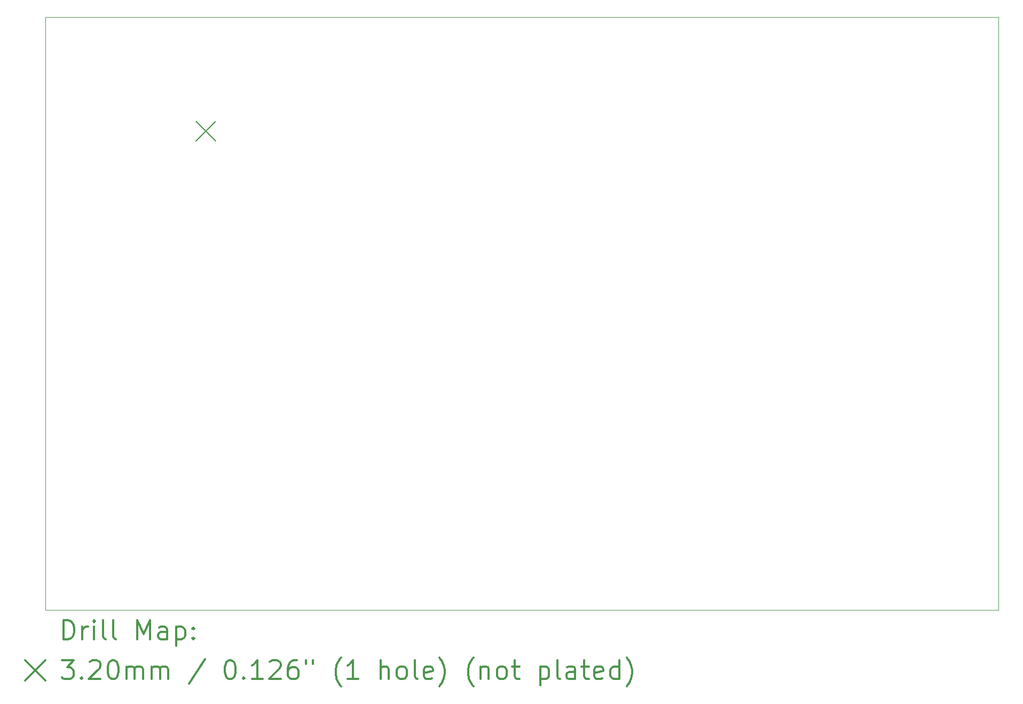
<source format=gbr>
%FSLAX45Y45*%
G04 Gerber Fmt 4.5, Leading zero omitted, Abs format (unit mm)*
G04 Created by KiCad (PCBNEW (5.1.4)-1) date 2020-01-21 02:51:56*
%MOMM*%
%LPD*%
G04 APERTURE LIST*
%ADD10C,0.050000*%
%ADD11C,0.200000*%
%ADD12C,0.300000*%
G04 APERTURE END LIST*
D10*
X17780000Y-2921000D02*
X2667000Y-2921000D01*
X17780000Y-12319000D02*
X17780000Y-2921000D01*
X2667000Y-12319000D02*
X17780000Y-12319000D01*
X2667000Y-2921000D02*
X2667000Y-12319000D01*
D11*
X5047000Y-4572000D02*
X5367000Y-4892000D01*
X5367000Y-4572000D02*
X5047000Y-4892000D01*
D12*
X2950928Y-12787214D02*
X2950928Y-12487214D01*
X3022357Y-12487214D01*
X3065214Y-12501500D01*
X3093786Y-12530071D01*
X3108071Y-12558643D01*
X3122357Y-12615786D01*
X3122357Y-12658643D01*
X3108071Y-12715786D01*
X3093786Y-12744357D01*
X3065214Y-12772929D01*
X3022357Y-12787214D01*
X2950928Y-12787214D01*
X3250928Y-12787214D02*
X3250928Y-12587214D01*
X3250928Y-12644357D02*
X3265214Y-12615786D01*
X3279500Y-12601500D01*
X3308071Y-12587214D01*
X3336643Y-12587214D01*
X3436643Y-12787214D02*
X3436643Y-12587214D01*
X3436643Y-12487214D02*
X3422357Y-12501500D01*
X3436643Y-12515786D01*
X3450928Y-12501500D01*
X3436643Y-12487214D01*
X3436643Y-12515786D01*
X3622357Y-12787214D02*
X3593786Y-12772929D01*
X3579500Y-12744357D01*
X3579500Y-12487214D01*
X3779500Y-12787214D02*
X3750928Y-12772929D01*
X3736643Y-12744357D01*
X3736643Y-12487214D01*
X4122357Y-12787214D02*
X4122357Y-12487214D01*
X4222357Y-12701500D01*
X4322357Y-12487214D01*
X4322357Y-12787214D01*
X4593786Y-12787214D02*
X4593786Y-12630071D01*
X4579500Y-12601500D01*
X4550928Y-12587214D01*
X4493786Y-12587214D01*
X4465214Y-12601500D01*
X4593786Y-12772929D02*
X4565214Y-12787214D01*
X4493786Y-12787214D01*
X4465214Y-12772929D01*
X4450928Y-12744357D01*
X4450928Y-12715786D01*
X4465214Y-12687214D01*
X4493786Y-12672929D01*
X4565214Y-12672929D01*
X4593786Y-12658643D01*
X4736643Y-12587214D02*
X4736643Y-12887214D01*
X4736643Y-12601500D02*
X4765214Y-12587214D01*
X4822357Y-12587214D01*
X4850928Y-12601500D01*
X4865214Y-12615786D01*
X4879500Y-12644357D01*
X4879500Y-12730071D01*
X4865214Y-12758643D01*
X4850928Y-12772929D01*
X4822357Y-12787214D01*
X4765214Y-12787214D01*
X4736643Y-12772929D01*
X5008071Y-12758643D02*
X5022357Y-12772929D01*
X5008071Y-12787214D01*
X4993786Y-12772929D01*
X5008071Y-12758643D01*
X5008071Y-12787214D01*
X5008071Y-12601500D02*
X5022357Y-12615786D01*
X5008071Y-12630071D01*
X4993786Y-12615786D01*
X5008071Y-12601500D01*
X5008071Y-12630071D01*
X2344500Y-13121500D02*
X2664500Y-13441500D01*
X2664500Y-13121500D02*
X2344500Y-13441500D01*
X2922357Y-13117214D02*
X3108071Y-13117214D01*
X3008071Y-13231500D01*
X3050928Y-13231500D01*
X3079500Y-13245786D01*
X3093786Y-13260071D01*
X3108071Y-13288643D01*
X3108071Y-13360071D01*
X3093786Y-13388643D01*
X3079500Y-13402929D01*
X3050928Y-13417214D01*
X2965214Y-13417214D01*
X2936643Y-13402929D01*
X2922357Y-13388643D01*
X3236643Y-13388643D02*
X3250928Y-13402929D01*
X3236643Y-13417214D01*
X3222357Y-13402929D01*
X3236643Y-13388643D01*
X3236643Y-13417214D01*
X3365214Y-13145786D02*
X3379500Y-13131500D01*
X3408071Y-13117214D01*
X3479500Y-13117214D01*
X3508071Y-13131500D01*
X3522357Y-13145786D01*
X3536643Y-13174357D01*
X3536643Y-13202929D01*
X3522357Y-13245786D01*
X3350928Y-13417214D01*
X3536643Y-13417214D01*
X3722357Y-13117214D02*
X3750928Y-13117214D01*
X3779500Y-13131500D01*
X3793786Y-13145786D01*
X3808071Y-13174357D01*
X3822357Y-13231500D01*
X3822357Y-13302929D01*
X3808071Y-13360071D01*
X3793786Y-13388643D01*
X3779500Y-13402929D01*
X3750928Y-13417214D01*
X3722357Y-13417214D01*
X3693786Y-13402929D01*
X3679500Y-13388643D01*
X3665214Y-13360071D01*
X3650928Y-13302929D01*
X3650928Y-13231500D01*
X3665214Y-13174357D01*
X3679500Y-13145786D01*
X3693786Y-13131500D01*
X3722357Y-13117214D01*
X3950928Y-13417214D02*
X3950928Y-13217214D01*
X3950928Y-13245786D02*
X3965214Y-13231500D01*
X3993786Y-13217214D01*
X4036643Y-13217214D01*
X4065214Y-13231500D01*
X4079500Y-13260071D01*
X4079500Y-13417214D01*
X4079500Y-13260071D02*
X4093786Y-13231500D01*
X4122357Y-13217214D01*
X4165214Y-13217214D01*
X4193786Y-13231500D01*
X4208071Y-13260071D01*
X4208071Y-13417214D01*
X4350928Y-13417214D02*
X4350928Y-13217214D01*
X4350928Y-13245786D02*
X4365214Y-13231500D01*
X4393786Y-13217214D01*
X4436643Y-13217214D01*
X4465214Y-13231500D01*
X4479500Y-13260071D01*
X4479500Y-13417214D01*
X4479500Y-13260071D02*
X4493786Y-13231500D01*
X4522357Y-13217214D01*
X4565214Y-13217214D01*
X4593786Y-13231500D01*
X4608071Y-13260071D01*
X4608071Y-13417214D01*
X5193786Y-13102929D02*
X4936643Y-13488643D01*
X5579500Y-13117214D02*
X5608071Y-13117214D01*
X5636643Y-13131500D01*
X5650928Y-13145786D01*
X5665214Y-13174357D01*
X5679500Y-13231500D01*
X5679500Y-13302929D01*
X5665214Y-13360071D01*
X5650928Y-13388643D01*
X5636643Y-13402929D01*
X5608071Y-13417214D01*
X5579500Y-13417214D01*
X5550928Y-13402929D01*
X5536643Y-13388643D01*
X5522357Y-13360071D01*
X5508071Y-13302929D01*
X5508071Y-13231500D01*
X5522357Y-13174357D01*
X5536643Y-13145786D01*
X5550928Y-13131500D01*
X5579500Y-13117214D01*
X5808071Y-13388643D02*
X5822357Y-13402929D01*
X5808071Y-13417214D01*
X5793786Y-13402929D01*
X5808071Y-13388643D01*
X5808071Y-13417214D01*
X6108071Y-13417214D02*
X5936643Y-13417214D01*
X6022357Y-13417214D02*
X6022357Y-13117214D01*
X5993786Y-13160071D01*
X5965214Y-13188643D01*
X5936643Y-13202929D01*
X6222357Y-13145786D02*
X6236643Y-13131500D01*
X6265214Y-13117214D01*
X6336643Y-13117214D01*
X6365214Y-13131500D01*
X6379500Y-13145786D01*
X6393786Y-13174357D01*
X6393786Y-13202929D01*
X6379500Y-13245786D01*
X6208071Y-13417214D01*
X6393786Y-13417214D01*
X6650928Y-13117214D02*
X6593786Y-13117214D01*
X6565214Y-13131500D01*
X6550928Y-13145786D01*
X6522357Y-13188643D01*
X6508071Y-13245786D01*
X6508071Y-13360071D01*
X6522357Y-13388643D01*
X6536643Y-13402929D01*
X6565214Y-13417214D01*
X6622357Y-13417214D01*
X6650928Y-13402929D01*
X6665214Y-13388643D01*
X6679500Y-13360071D01*
X6679500Y-13288643D01*
X6665214Y-13260071D01*
X6650928Y-13245786D01*
X6622357Y-13231500D01*
X6565214Y-13231500D01*
X6536643Y-13245786D01*
X6522357Y-13260071D01*
X6508071Y-13288643D01*
X6793786Y-13117214D02*
X6793786Y-13174357D01*
X6908071Y-13117214D02*
X6908071Y-13174357D01*
X7350928Y-13531500D02*
X7336643Y-13517214D01*
X7308071Y-13474357D01*
X7293786Y-13445786D01*
X7279500Y-13402929D01*
X7265214Y-13331500D01*
X7265214Y-13274357D01*
X7279500Y-13202929D01*
X7293786Y-13160071D01*
X7308071Y-13131500D01*
X7336643Y-13088643D01*
X7350928Y-13074357D01*
X7622357Y-13417214D02*
X7450928Y-13417214D01*
X7536643Y-13417214D02*
X7536643Y-13117214D01*
X7508071Y-13160071D01*
X7479500Y-13188643D01*
X7450928Y-13202929D01*
X7979500Y-13417214D02*
X7979500Y-13117214D01*
X8108071Y-13417214D02*
X8108071Y-13260071D01*
X8093786Y-13231500D01*
X8065214Y-13217214D01*
X8022357Y-13217214D01*
X7993786Y-13231500D01*
X7979500Y-13245786D01*
X8293786Y-13417214D02*
X8265214Y-13402929D01*
X8250928Y-13388643D01*
X8236643Y-13360071D01*
X8236643Y-13274357D01*
X8250928Y-13245786D01*
X8265214Y-13231500D01*
X8293786Y-13217214D01*
X8336643Y-13217214D01*
X8365214Y-13231500D01*
X8379500Y-13245786D01*
X8393786Y-13274357D01*
X8393786Y-13360071D01*
X8379500Y-13388643D01*
X8365214Y-13402929D01*
X8336643Y-13417214D01*
X8293786Y-13417214D01*
X8565214Y-13417214D02*
X8536643Y-13402929D01*
X8522357Y-13374357D01*
X8522357Y-13117214D01*
X8793786Y-13402929D02*
X8765214Y-13417214D01*
X8708071Y-13417214D01*
X8679500Y-13402929D01*
X8665214Y-13374357D01*
X8665214Y-13260071D01*
X8679500Y-13231500D01*
X8708071Y-13217214D01*
X8765214Y-13217214D01*
X8793786Y-13231500D01*
X8808071Y-13260071D01*
X8808071Y-13288643D01*
X8665214Y-13317214D01*
X8908071Y-13531500D02*
X8922357Y-13517214D01*
X8950928Y-13474357D01*
X8965214Y-13445786D01*
X8979500Y-13402929D01*
X8993786Y-13331500D01*
X8993786Y-13274357D01*
X8979500Y-13202929D01*
X8965214Y-13160071D01*
X8950928Y-13131500D01*
X8922357Y-13088643D01*
X8908071Y-13074357D01*
X9450928Y-13531500D02*
X9436643Y-13517214D01*
X9408071Y-13474357D01*
X9393786Y-13445786D01*
X9379500Y-13402929D01*
X9365214Y-13331500D01*
X9365214Y-13274357D01*
X9379500Y-13202929D01*
X9393786Y-13160071D01*
X9408071Y-13131500D01*
X9436643Y-13088643D01*
X9450928Y-13074357D01*
X9565214Y-13217214D02*
X9565214Y-13417214D01*
X9565214Y-13245786D02*
X9579500Y-13231500D01*
X9608071Y-13217214D01*
X9650928Y-13217214D01*
X9679500Y-13231500D01*
X9693786Y-13260071D01*
X9693786Y-13417214D01*
X9879500Y-13417214D02*
X9850928Y-13402929D01*
X9836643Y-13388643D01*
X9822357Y-13360071D01*
X9822357Y-13274357D01*
X9836643Y-13245786D01*
X9850928Y-13231500D01*
X9879500Y-13217214D01*
X9922357Y-13217214D01*
X9950928Y-13231500D01*
X9965214Y-13245786D01*
X9979500Y-13274357D01*
X9979500Y-13360071D01*
X9965214Y-13388643D01*
X9950928Y-13402929D01*
X9922357Y-13417214D01*
X9879500Y-13417214D01*
X10065214Y-13217214D02*
X10179500Y-13217214D01*
X10108071Y-13117214D02*
X10108071Y-13374357D01*
X10122357Y-13402929D01*
X10150928Y-13417214D01*
X10179500Y-13417214D01*
X10508071Y-13217214D02*
X10508071Y-13517214D01*
X10508071Y-13231500D02*
X10536643Y-13217214D01*
X10593786Y-13217214D01*
X10622357Y-13231500D01*
X10636643Y-13245786D01*
X10650928Y-13274357D01*
X10650928Y-13360071D01*
X10636643Y-13388643D01*
X10622357Y-13402929D01*
X10593786Y-13417214D01*
X10536643Y-13417214D01*
X10508071Y-13402929D01*
X10822357Y-13417214D02*
X10793786Y-13402929D01*
X10779500Y-13374357D01*
X10779500Y-13117214D01*
X11065214Y-13417214D02*
X11065214Y-13260071D01*
X11050928Y-13231500D01*
X11022357Y-13217214D01*
X10965214Y-13217214D01*
X10936643Y-13231500D01*
X11065214Y-13402929D02*
X11036643Y-13417214D01*
X10965214Y-13417214D01*
X10936643Y-13402929D01*
X10922357Y-13374357D01*
X10922357Y-13345786D01*
X10936643Y-13317214D01*
X10965214Y-13302929D01*
X11036643Y-13302929D01*
X11065214Y-13288643D01*
X11165214Y-13217214D02*
X11279500Y-13217214D01*
X11208071Y-13117214D02*
X11208071Y-13374357D01*
X11222357Y-13402929D01*
X11250928Y-13417214D01*
X11279500Y-13417214D01*
X11493786Y-13402929D02*
X11465214Y-13417214D01*
X11408071Y-13417214D01*
X11379500Y-13402929D01*
X11365214Y-13374357D01*
X11365214Y-13260071D01*
X11379500Y-13231500D01*
X11408071Y-13217214D01*
X11465214Y-13217214D01*
X11493786Y-13231500D01*
X11508071Y-13260071D01*
X11508071Y-13288643D01*
X11365214Y-13317214D01*
X11765214Y-13417214D02*
X11765214Y-13117214D01*
X11765214Y-13402929D02*
X11736643Y-13417214D01*
X11679500Y-13417214D01*
X11650928Y-13402929D01*
X11636643Y-13388643D01*
X11622357Y-13360071D01*
X11622357Y-13274357D01*
X11636643Y-13245786D01*
X11650928Y-13231500D01*
X11679500Y-13217214D01*
X11736643Y-13217214D01*
X11765214Y-13231500D01*
X11879500Y-13531500D02*
X11893786Y-13517214D01*
X11922357Y-13474357D01*
X11936643Y-13445786D01*
X11950928Y-13402929D01*
X11965214Y-13331500D01*
X11965214Y-13274357D01*
X11950928Y-13202929D01*
X11936643Y-13160071D01*
X11922357Y-13131500D01*
X11893786Y-13088643D01*
X11879500Y-13074357D01*
M02*

</source>
